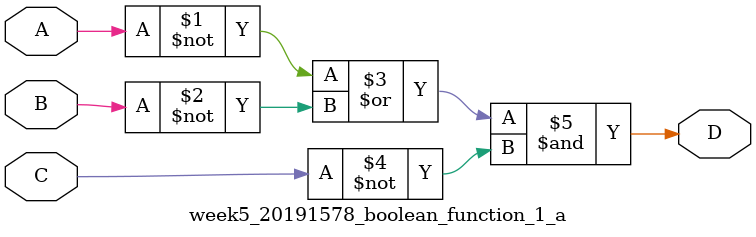
<source format=v>
`timescale 1ns / 1ps


module week5_20191578_boolean_function_1_a(
    input A,
    input B,
    input C,
    output D
    );
    assign D = ((~A) | (~B)) & (~C);
endmodule

</source>
